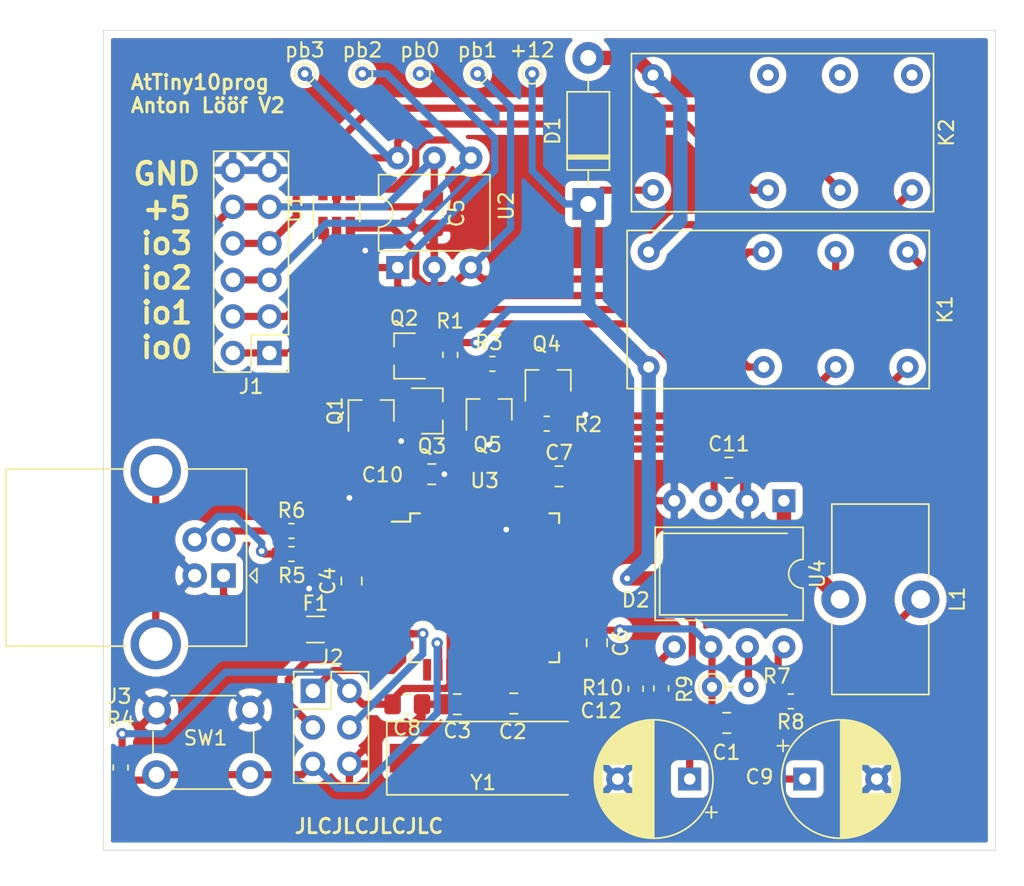
<source format=kicad_pcb>
(kicad_pcb (version 20171130) (host pcbnew "(5.1.5)-3")
  (layers (0 F.Cu signal) (31 B.Cu signal) (34 B.Paste user hide) (35 F.Paste user hide) (36 B.SilkS user) (37 F.SilkS user) (38 B.Mask user) (39 F.Mask user) (44 Edge.Cuts user))
  (net 0 "")
  (net 1 +5V)
  (net 2 GND)
  (net 3 /io0)
  (net 4 /io1)
  (net 5 /io2)
  (net 6 /io3)
  (net 7 +12V)
  (net 8 /prog)
  (net 9 /pb0)
  (net 10 /pb1)
  (net 11 /pb3)
  (net 12 /lower_relay)
  (net 13 /hard_reset)
  (net 14 "Net-(K2-Pad5)")
  (net 15 "Net-(Q1-Pad3)")
  (net 16 /reset_low)
  (net 17 "Net-(Q2-Pad3)")
  (net 18 "Net-(C2-Pad1)")
  (net 19 "Net-(C3-Pad1)")
  (net 20 "Net-(C4-Pad1)")
  (net 21 "Net-(C11-Pad1)")
  (net 22 "Net-(D2-Pad2)")
  (net 23 "Net-(F1-Pad1)")
  (net 24 /prog_miso)
  (net 25 /prog_sck)
  (net 26 /prog_mosi)
  (net 27 /prog_rst)
  (net 28 "Net-(J3-Pad2)")
  (net 29 "Net-(J3-Pad3)")
  (net 30 "Net-(J3-Pad5)")
  (net 31 /tpi_clk)
  (net 32 /tpi_data)
  (net 33 "Net-(L1-Pad1)")
  (net 34 "Net-(R5-Pad2)")
  (net 35 "Net-(R6-Pad2)")
  (net 36 "Net-(R7-Pad2)")
  (net 37 "Net-(R8-Pad2)")
  (net 38 "Net-(R10-Pad1)")
  (module Capacitor_SMD:C_0805_2012Metric_Pad1.15x1.40mm_HandSolder (layer F.Cu) (at 184.325 125.15)
    (fp_text reference C1 (at -0.025 2.05) (layer F.SilkS))
    (fp_text value 100n)
    (pad 1 smd roundrect (at -1.025 0) (size 1.15 1.4) (layers F.Cu F.Paste F.Mask) (roundrect_rratio 0.217391) (net 1 +5V))
    (pad 2 smd roundrect (at 1.025 0) (size 1.15 1.4) (layers F.Cu F.Paste F.Mask) (roundrect_rratio 0.217391) (net 2 GND))
  )
  (module Capacitor_THT:CP_Radial_D8.0mm_P5.00mm (layer F.Cu) (at 189.75 129.05)
    (fp_text reference C9 (at -3.15 -0.15) (layer F.SilkS))
    (fp_text value 470u)
    (pad 2 thru_hole circle (at 5 0) (size 1.6 1.6) (drill 0.8) (layers *.Cu *.Mask) (net 2 GND))
    (pad 1 thru_hole rect (at 0 0) (size 1.6 1.6) (drill 0.8) (layers *.Cu *.Mask) (net 1 +5V))
  )
  (module Capacitor_THT:CP_Radial_D8.0mm_P5.00mm (layer F.Cu) (at 181.75 129.05 180)
    (fp_text reference C12 (at 6.15 4.75) (layer F.SilkS))
    (fp_text value 470u)
    (pad 1 thru_hole rect (at 0 0 180) (size 1.6 1.6) (drill 0.8) (layers *.Cu *.Mask) (net 7 +12V))
    (pad 2 thru_hole circle (at 5 0 180) (size 1.6 1.6) (drill 0.8) (layers *.Cu *.Mask) (net 2 GND))
  )
  (module Diode_THT:D_DO-41_SOD81_P10.16mm_Horizontal (layer F.Cu) (at 174.7 89.06 90)
    (fp_text reference D1 (at 5.08 -2.47 90) (layer F.SilkS))
    (fp_text value D)
    (pad 1 thru_hole rect (at 0 0 90) (size 2.2 2.2) (drill 1.1) (layers *.Cu *.Mask) (net 7 +12V))
    (pad 2 thru_hole oval (at 10.16 0 90) (size 2.2 2.2) (drill 1.1) (layers *.Cu *.Mask) (net 12 /lower_relay))
  )
  (module Diode_SMD:D_3220_8050Metric_Pad2.65x5.15mm_HandSolder (layer F.Cu) (at 184.525 114.8)
    (fp_text reference D2 (at -6.525 1.8) (layer F.SilkS))
    (fp_text value D)
    (pad 1 smd roundrect (at -3.275 0) (size 2.65 5.15) (layers F.Cu F.Paste F.Mask) (roundrect_rratio 0.09433999999999999) (net 7 +12V))
    (pad 2 smd roundrect (at 3.275 0) (size 2.65 5.15) (layers F.Cu F.Paste F.Mask) (roundrect_rratio 0.09433999999999999) (net 22 "Net-(D2-Pad2)"))
  )
  (module Fuse:Fuse_1206_3216Metric_Pad1.42x1.75mm_HandSolder (layer F.Cu) (at 155.7375 118.65)
    (fp_text reference F1 (at 0 -1.82) (layer F.SilkS))
    (fp_text value 500ma)
    (pad 1 smd roundrect (at -1.4875 0) (size 1.425 1.75) (layers F.Cu F.Paste F.Mask) (roundrect_rratio 0.175439) (net 23 "Net-(F1-Pad1)"))
    (pad 2 smd roundrect (at 1.4875 0) (size 1.425 1.75) (layers F.Cu F.Paste F.Mask) (roundrect_rratio 0.175439) (net 1 +5V))
  )
  (module Connector_PinHeader_2.54mm:PinHeader_2x06_P2.54mm_Vertical (layer F.Cu) (at 152.54 99.42 180)
    (fp_text reference J1 (at 1.27 -2.33) (layer F.SilkS))
    (fp_text value Conn_02x06_Odd_Even)
    (pad 1 thru_hole rect (at 0 0 180) (size 1.7 1.7) (drill 1) (layers *.Cu *.Mask) (net 3 /io0))
    (pad 2 thru_hole oval (at 2.54 0 180) (size 1.7 1.7) (drill 1) (layers *.Cu *.Mask) (net 3 /io0))
    (pad 3 thru_hole oval (at 0 2.54 180) (size 1.7 1.7) (drill 1) (layers *.Cu *.Mask) (net 4 /io1))
    (pad 4 thru_hole oval (at 2.54 2.54 180) (size 1.7 1.7) (drill 1) (layers *.Cu *.Mask) (net 4 /io1))
    (pad 5 thru_hole oval (at 0 5.08 180) (size 1.7 1.7) (drill 1) (layers *.Cu *.Mask) (net 5 /io2))
    (pad 6 thru_hole oval (at 2.54 5.08 180) (size 1.7 1.7) (drill 1) (layers *.Cu *.Mask) (net 5 /io2))
    (pad 7 thru_hole oval (at 0 7.62 180) (size 1.7 1.7) (drill 1) (layers *.Cu *.Mask) (net 6 /io3))
    (pad 8 thru_hole oval (at 2.54 7.62 180) (size 1.7 1.7) (drill 1) (layers *.Cu *.Mask) (net 6 /io3))
    (pad 9 thru_hole oval (at 0 10.16 180) (size 1.7 1.7) (drill 1) (layers *.Cu *.Mask) (net 1 +5V))
    (pad 10 thru_hole oval (at 2.54 10.16 180) (size 1.7 1.7) (drill 1) (layers *.Cu *.Mask) (net 1 +5V))
    (pad 11 thru_hole oval (at 0 12.7 180) (size 1.7 1.7) (drill 1) (layers *.Cu *.Mask) (net 2 GND))
    (pad 12 thru_hole oval (at 2.54 12.7 180) (size 1.7 1.7) (drill 1) (layers *.Cu *.Mask) (net 2 GND))
  )
  (module Connector_PinHeader_2.54mm:PinHeader_2x03_P2.54mm_Vertical (layer F.Cu) (at 155.56 122.92)
    (fp_text reference J2 (at 1.27 -2.33) (layer F.SilkS))
    (fp_text value Conn_02x03_Odd_Even)
    (pad 1 thru_hole rect (at 0 0) (size 1.7 1.7) (drill 1) (layers *.Cu *.Mask) (net 24 /prog_miso))
    (pad 2 thru_hole oval (at 2.54 0) (size 1.7 1.7) (drill 1) (layers *.Cu *.Mask) (net 1 +5V))
    (pad 3 thru_hole oval (at 0 2.54) (size 1.7 1.7) (drill 1) (layers *.Cu *.Mask) (net 25 /prog_sck))
    (pad 4 thru_hole oval (at 2.54 2.54) (size 1.7 1.7) (drill 1) (layers *.Cu *.Mask) (net 26 /prog_mosi))
    (pad 5 thru_hole oval (at 0 5.08) (size 1.7 1.7) (drill 1) (layers *.Cu *.Mask) (net 27 /prog_rst))
    (pad 6 thru_hole oval (at 2.54 5.08) (size 1.7 1.7) (drill 1) (layers *.Cu *.Mask) (net 2 GND))
  )
  (module Connector_USB:USB_B_OST_USB-B1HSxx_Horizontal (layer F.Cu) (at 149.35 114.9 180)
    (fp_text reference J3 (at 7.25 -8.4) (layer F.SilkS))
    (fp_text value USB_B)
    (pad 1 thru_hole rect (at 0 0 180) (size 1.7 1.7) (drill 0.92) (layers *.Cu *.Mask) (net 23 "Net-(F1-Pad1)"))
    (pad 2 thru_hole circle (at 0 2.5 180) (size 1.7 1.7) (drill 0.92) (layers *.Cu *.Mask) (net 28 "Net-(J3-Pad2)"))
    (pad 3 thru_hole circle (at 2 2.5 180) (size 1.7 1.7) (drill 0.92) (layers *.Cu *.Mask) (net 29 "Net-(J3-Pad3)"))
    (pad 4 thru_hole circle (at 2 0 180) (size 1.7 1.7) (drill 0.92) (layers *.Cu *.Mask) (net 2 GND))
    (pad 5 thru_hole circle (at 4.71 -4.77 180) (size 3.5 3.5) (drill 2.33) (layers *.Cu *.Mask) (net 30 "Net-(J3-Pad5)"))
    (pad 5 thru_hole circle (at 4.71 7.27 180) (size 3.5 3.5) (drill 2.33) (layers *.Cu *.Mask) (net 30 "Net-(J3-Pad5)"))
  )
  (module random_stuff:m4-12h (layer F.Cu) (at 186.9 96.4 90)
    (fp_text reference K1 (at 0 12.6 90) (layer F.SilkS))
    (fp_text value m4-12h)
    (pad 1 thru_hole circle (at -4 -8 90) (size 1.524 1.524) (drill 0.762) (layers *.Cu *.Mask) (net 7 +12V))
    (pad 3 thru_hole circle (at -4 0 90) (size 1.524 1.524) (drill 0.762) (layers *.Cu *.Mask) (net 9 /pb0))
    (pad 4 thru_hole circle (at -4 5 90) (size 1.524 1.524) (drill 0.762) (layers *.Cu *.Mask) (net 3 /io0))
    (pad 5 thru_hole circle (at -4 10 90) (size 1.524 1.524) (drill 0.762) (layers *.Cu *.Mask) (net 32 /tpi_data))
    (pad 6 thru_hole circle (at 4 10 90) (size 1.524 1.524) (drill 0.762) (layers *.Cu *.Mask) (net 31 /tpi_clk))
    (pad 7 thru_hole circle (at 4 5 90) (size 1.524 1.524) (drill 0.762) (layers *.Cu *.Mask) (net 4 /io1))
    (pad 8 thru_hole circle (at 4 0 90) (size 1.524 1.524) (drill 0.762) (layers *.Cu *.Mask) (net 10 /pb1))
    (pad 10 thru_hole circle (at 4 -8 90) (size 1.524 1.524) (drill 0.762) (layers *.Cu *.Mask) (net 12 /lower_relay))
  )
  (module random_stuff:m4-12h (layer F.Cu) (at 187.2 84.1 90)
    (fp_text reference K2 (at 0 12.4 90) (layer F.SilkS))
    (fp_text value m4-12h)
    (pad 10 thru_hole circle (at 4 -8 90) (size 1.524 1.524) (drill 0.762) (layers *.Cu *.Mask) (net 12 /lower_relay))
    (pad 8 thru_hole circle (at 4 0 90) (size 1.524 1.524) (drill 0.762) (layers *.Cu *.Mask))
    (pad 7 thru_hole circle (at 4 5 90) (size 1.524 1.524) (drill 0.762) (layers *.Cu *.Mask))
    (pad 6 thru_hole circle (at 4 10 90) (size 1.524 1.524) (drill 0.762) (layers *.Cu *.Mask))
    (pad 5 thru_hole circle (at -4 10 90) (size 1.524 1.524) (drill 0.762) (layers *.Cu *.Mask) (net 14 "Net-(K2-Pad5)"))
    (pad 4 thru_hole circle (at -4 5 90) (size 1.524 1.524) (drill 0.762) (layers *.Cu *.Mask) (net 6 /io3))
    (pad 3 thru_hole circle (at -4 0 90) (size 1.524 1.524) (drill 0.762) (layers *.Cu *.Mask) (net 11 /pb3))
    (pad 1 thru_hole circle (at -4 -8 90) (size 1.524 1.524) (drill 0.762) (layers *.Cu *.Mask) (net 7 +12V))
  )
  (module Inductor_THT:L_Toroid_Vertical_L13.0mm_W6.5mm_P5.60mm (layer F.Cu) (at 197.8 116.55 270)
    (fp_text reference L1 (at 0 -2.55 90) (layer F.SilkS))
    (fp_text value 33u)
    (pad 1 thru_hole circle (at 0 0 270) (size 2.6 2.6) (drill 1.3) (layers *.Cu *.Mask) (net 33 "Net-(L1-Pad1)"))
    (pad 2 thru_hole circle (at 0 5.6 270) (size 2.6 2.6) (drill 1.3) (layers *.Cu *.Mask) (net 22 "Net-(D2-Pad2)"))
  )
  (module Package_TO_SOT_SMD:SOT-23 (layer F.Cu) (at 159.61 103.455 90)
    (fp_text reference Q1 (at 0 -2.5 90) (layer F.SilkS))
    (fp_text value 2N7002)
    (pad 3 smd rect (at 1 0 90) (size 0.9 0.8) (layers F.Cu F.Paste F.Mask) (net 15 "Net-(Q1-Pad3)"))
    (pad 2 smd rect (at -1 0.95 90) (size 0.9 0.8) (layers F.Cu F.Paste F.Mask) (net 2 GND))
    (pad 1 smd rect (at -1 -0.95 90) (size 0.9 0.8) (layers F.Cu F.Paste F.Mask) (net 13 /hard_reset))
  )
  (module Package_TO_SOT_SMD:SOT-23 (layer F.Cu) (at 161.96 99.63 180)
    (fp_text reference Q2 (at 0.06 2.63) (layer F.SilkS))
    (fp_text value BSS84)
    (pad 3 smd rect (at 1 0 180) (size 0.9 0.8) (layers F.Cu F.Paste F.Mask) (net 17 "Net-(Q2-Pad3)"))
    (pad 2 smd rect (at -1 0.95 180) (size 0.9 0.8) (layers F.Cu F.Paste F.Mask) (net 7 +12V))
    (pad 1 smd rect (at -1 -0.95 180) (size 0.9 0.8) (layers F.Cu F.Paste F.Mask) (net 15 "Net-(Q1-Pad3)"))
  )
  (module Package_TO_SOT_SMD:SOT-23 (layer F.Cu) (at 163.835 103.455)
    (fp_text reference Q3 (at 0 2.445) (layer F.SilkS))
    (fp_text value 2N7002)
    (pad 1 smd rect (at -1 -0.95) (size 0.9 0.8) (layers F.Cu F.Paste F.Mask) (net 15 "Net-(Q1-Pad3)"))
    (pad 2 smd rect (at -1 0.95) (size 0.9 0.8) (layers F.Cu F.Paste F.Mask) (net 1 +5V))
    (pad 3 smd rect (at 1 0) (size 0.9 0.8) (layers F.Cu F.Paste F.Mask) (net 17 "Net-(Q2-Pad3)"))
  )
  (module Package_TO_SOT_SMD:SOT-23 (layer F.Cu) (at 171.91 101.36 90)
    (fp_text reference Q4 (at 2.56 -0.11 180) (layer F.SilkS))
    (fp_text value 2N7002)
    (pad 1 smd rect (at -1 -0.95 90) (size 0.9 0.8) (layers F.Cu F.Paste F.Mask) (net 8 /prog))
    (pad 2 smd rect (at -1 0.95 90) (size 0.9 0.8) (layers F.Cu F.Paste F.Mask) (net 2 GND))
    (pad 3 smd rect (at 1 0 90) (size 0.9 0.8) (layers F.Cu F.Paste F.Mask) (net 12 /lower_relay))
  )
  (module Package_TO_SOT_SMD:SOT-23 (layer F.Cu) (at 167.81 103.38 90)
    (fp_text reference Q5 (at -2.42 -0.11 180) (layer F.SilkS))
    (fp_text value 2N7002)
    (pad 1 smd rect (at -1 -0.95 90) (size 0.9 0.8) (layers F.Cu F.Paste F.Mask) (net 16 /reset_low))
    (pad 2 smd rect (at -1 0.95 90) (size 0.9 0.8) (layers F.Cu F.Paste F.Mask) (net 2 GND))
    (pad 3 smd rect (at 1 0 90) (size 0.9 0.8) (layers F.Cu F.Paste F.Mask) (net 14 "Net-(K2-Pad5)"))
  )
  (module Resistor_THT:R_Axial_DIN0204_L3.6mm_D1.6mm_P2.54mm_Vertical (layer F.Cu) (at 183.3 122.65)
    (fp_text reference R7 (at 4.5 -0.75) (layer F.SilkS))
    (fp_text value 470m)
    (pad 1 thru_hole circle (at 0 0) (size 1.4 1.4) (drill 0.7) (layers *.Cu *.Mask) (net 1 +5V))
    (pad 2 thru_hole oval (at 2.54 0) (size 1.4 1.4) (drill 0.7) (layers *.Cu *.Mask) (net 36 "Net-(R7-Pad2)"))
  )
  (module Button_Switch_THT:SW_PUSH_6mm (layer F.Cu) (at 144.7 124.25)
    (fp_text reference SW1 (at 3.4 1.95) (layer F.SilkS))
    (fp_text value SW_Push)
    (pad 2 thru_hole circle (at 0 4.5 90) (size 2 2) (drill 1.1) (layers *.Cu *.Mask) (net 27 /prog_rst))
    (pad 1 thru_hole circle (at 0 0 90) (size 2 2) (drill 1.1) (layers *.Cu *.Mask) (net 2 GND))
    (pad 2 thru_hole circle (at 6.5 4.5 90) (size 2 2) (drill 1.1) (layers *.Cu *.Mask) (net 27 /prog_rst))
    (pad 1 thru_hole circle (at 6.5 0 90) (size 2 2) (drill 1.1) (layers *.Cu *.Mask) (net 2 GND))
  )
  (module Package_TO_SOT_SMD:SOT-23-6_Handsoldering (layer F.Cu) (at 157.21 89.38 90)
    (fp_text reference U1 (at 0 -2.9 90) (layer F.SilkS))
    (fp_text value ATtiny10-TS)
    (pad 1 smd rect (at -1.35 -0.95 90) (size 1.56 0.65) (layers F.Cu F.Paste F.Mask) (net 9 /pb0))
    (pad 2 smd rect (at -1.35 0 90) (size 1.56 0.65) (layers F.Cu F.Paste F.Mask) (net 2 GND))
    (pad 3 smd rect (at -1.35 0.95 90) (size 1.56 0.65) (layers F.Cu F.Paste F.Mask) (net 10 /pb1))
    (pad 4 smd rect (at 1.35 0.95 90) (size 1.56 0.65) (layers F.Cu F.Paste F.Mask) (net 5 /io2))
    (pad 6 smd rect (at 1.35 -0.95 90) (size 1.56 0.65) (layers F.Cu F.Paste F.Mask) (net 11 /pb3))
    (pad 5 smd rect (at 1.35 0 90) (size 1.56 0.65) (layers F.Cu F.Paste F.Mask) (net 1 +5V))
  )
  (module Package_DIP:DIP-6_W7.62mm (layer F.Cu) (at 161.46 93.48 90)
    (fp_text reference U2 (at 4.28 7.54 90) (layer F.SilkS))
    (fp_text value ATtiny10-TS)
    (pad 1 thru_hole rect (at 0 0 90) (size 1.6 1.6) (drill 0.8) (layers *.Cu *.Mask) (net 9 /pb0))
    (pad 4 thru_hole oval (at 7.62 5.08 90) (size 1.6 1.6) (drill 0.8) (layers *.Cu *.Mask) (net 5 /io2))
    (pad 2 thru_hole oval (at 0 2.54 90) (size 1.6 1.6) (drill 0.8) (layers *.Cu *.Mask) (net 2 GND))
    (pad 5 thru_hole oval (at 7.62 2.54 90) (size 1.6 1.6) (drill 0.8) (layers *.Cu *.Mask) (net 1 +5V))
    (pad 3 thru_hole oval (at 0 5.08 90) (size 1.6 1.6) (drill 0.8) (layers *.Cu *.Mask) (net 10 /pb1))
    (pad 6 thru_hole oval (at 7.62 0 90) (size 1.6 1.6) (drill 0.8) (layers *.Cu *.Mask) (net 11 /pb3))
  )
  (module Package_QFP:TQFP-44_10x10mm_P0.8mm (layer F.Cu) (at 167.5 115.75)
    (fp_text reference U3 (at 0 -7.45) (layer F.SilkS))
    (fp_text value ATmega32U4-AU)
    (pad 1 smd rect (at -5.7 -4) (size 1.5 0.55) (layers F.Cu F.Paste F.Mask))
    (pad 2 smd rect (at -5.7 -3.2) (size 1.5 0.55) (layers F.Cu F.Paste F.Mask) (net 1 +5V))
    (pad 3 smd rect (at -5.7 -2.4) (size 1.5 0.55) (layers F.Cu F.Paste F.Mask) (net 35 "Net-(R6-Pad2)"))
    (pad 4 smd rect (at -5.7 -1.6) (size 1.5 0.55) (layers F.Cu F.Paste F.Mask) (net 34 "Net-(R5-Pad2)"))
    (pad 5 smd rect (at -5.7 -0.8) (size 1.5 0.55) (layers F.Cu F.Paste F.Mask) (net 2 GND))
    (pad 6 smd rect (at -5.7 0) (size 1.5 0.55) (layers F.Cu F.Paste F.Mask) (net 20 "Net-(C4-Pad1)"))
    (pad 7 smd rect (at -5.7 0.8) (size 1.5 0.55) (layers F.Cu F.Paste F.Mask) (net 1 +5V))
    (pad 8 smd rect (at -5.7 1.6) (size 1.5 0.55) (layers F.Cu F.Paste F.Mask))
    (pad 9 smd rect (at -5.7 2.4) (size 1.5 0.55) (layers F.Cu F.Paste F.Mask) (net 25 /prog_sck))
    (pad 10 smd rect (at -5.7 3.2) (size 1.5 0.55) (layers F.Cu F.Paste F.Mask) (net 26 /prog_mosi))
    (pad 11 smd rect (at -5.7 4) (size 1.5 0.55) (layers F.Cu F.Paste F.Mask) (net 24 /prog_miso))
    (pad 12 smd rect (at -4 5.7 90) (size 1.5 0.55) (layers F.Cu F.Paste F.Mask))
    (pad 13 smd rect (at -3.2 5.7 90) (size 1.5 0.55) (layers F.Cu F.Paste F.Mask) (net 27 /prog_rst))
    (pad 14 smd rect (at -2.4 5.7 90) (size 1.5 0.55) (layers F.Cu F.Paste F.Mask) (net 1 +5V))
    (pad 15 smd rect (at -1.6 5.7 90) (size 1.5 0.55) (layers F.Cu F.Paste F.Mask) (net 2 GND))
    (pad 16 smd rect (at -0.8 5.7 90) (size 1.5 0.55) (layers F.Cu F.Paste F.Mask) (net 19 "Net-(C3-Pad1)"))
    (pad 17 smd rect (at 0 5.7 90) (size 1.5 0.55) (layers F.Cu F.Paste F.Mask) (net 18 "Net-(C2-Pad1)"))
    (pad 18 smd rect (at 0.8 5.7 90) (size 1.5 0.55) (layers F.Cu F.Paste F.Mask))
    (pad 19 smd rect (at 1.6 5.7 90) (size 1.5 0.55) (layers F.Cu F.Paste F.Mask))
    (pad 20 smd rect (at 2.4 5.7 90) (size 1.5 0.55) (layers F.Cu F.Paste F.Mask))
    (pad 21 smd rect (at 3.2 5.7 90) (size 1.5 0.55) (layers F.Cu F.Paste F.Mask))
    (pad 22 smd rect (at 4 5.7 90) (size 1.5 0.55) (layers F.Cu F.Paste F.Mask))
    (pad 23 smd rect (at 5.7 4) (size 1.5 0.55) (layers F.Cu F.Paste F.Mask) (net 2 GND))
    (pad 24 smd rect (at 5.7 3.2) (size 1.5 0.55) (layers F.Cu F.Paste F.Mask) (net 1 +5V))
    (pad 25 smd rect (at 5.7 2.4) (size 1.5 0.55) (layers F.Cu F.Paste F.Mask))
    (pad 26 smd rect (at 5.7 1.6) (size 1.5 0.55) (layers F.Cu F.Paste F.Mask))
    (pad 27 smd rect (at 5.7 0.8) (size 1.5 0.55) (layers F.Cu F.Paste F.Mask))
    (pad 28 smd rect (at 5.7 0) (size 1.5 0.55) (layers F.Cu F.Paste F.Mask))
    (pad 29 smd rect (at 5.7 -0.8) (size 1.5 0.55) (layers F.Cu F.Paste F.Mask))
    (pad 30 smd rect (at 5.7 -1.6) (size 1.5 0.55) (layers F.Cu F.Paste F.Mask))
    (pad 31 smd rect (at 5.7 -2.4) (size 1.5 0.55) (layers F.Cu F.Paste F.Mask))
    (pad 32 smd rect (at 5.7 -3.2) (size 1.5 0.55) (layers F.Cu F.Paste F.Mask))
    (pad 33 smd rect (at 5.7 -4) (size 1.5 0.55) (layers F.Cu F.Paste F.Mask))
    (pad 34 smd rect (at 4 -5.7 90) (size 1.5 0.55) (layers F.Cu F.Paste F.Mask) (net 1 +5V))
    (pad 35 smd rect (at 3.2 -5.7 90) (size 1.5 0.55) (layers F.Cu F.Paste F.Mask) (net 2 GND))
    (pad 36 smd rect (at 2.4 -5.7 90) (size 1.5 0.55) (layers F.Cu F.Paste F.Mask))
    (pad 37 smd rect (at 1.6 -5.7 90) (size 1.5 0.55) (layers F.Cu F.Paste F.Mask) (net 31 /tpi_clk))
    (pad 38 smd rect (at 0.8 -5.7 90) (size 1.5 0.55) (layers F.Cu F.Paste F.Mask) (net 32 /tpi_data))
    (pad 39 smd rect (at 0 -5.7 90) (size 1.5 0.55) (layers F.Cu F.Paste F.Mask) (net 8 /prog))
    (pad 40 smd rect (at -0.8 -5.7 90) (size 1.5 0.55) (layers F.Cu F.Paste F.Mask) (net 16 /reset_low))
    (pad 41 smd rect (at -1.6 -5.7 90) (size 1.5 0.55) (layers F.Cu F.Paste F.Mask) (net 13 /hard_reset))
    (pad 42 smd rect (at -2.4 -5.7 90) (size 1.5 0.55) (layers F.Cu F.Paste F.Mask) (net 1 +5V))
    (pad 43 smd rect (at -3.2 -5.7 90) (size 1.5 0.55) (layers F.Cu F.Paste F.Mask) (net 2 GND))
    (pad 44 smd rect (at -4 -5.7 90) (size 1.5 0.55) (layers F.Cu F.Paste F.Mask) (net 1 +5V))
  )
  (module Crystal:Crystal_SMD_HC49-SD (layer F.Cu) (at 167.4 127.6)
    (fp_text reference Y1 (at 0 1.7) (layer F.SilkS))
    (fp_text value 16Mhz)
    (pad 1 smd rect (at -4.25 0) (size 4.5 2) (layers F.Cu F.Paste F.Mask) (net 19 "Net-(C3-Pad1)"))
    (pad 2 smd rect (at 4.25 0) (size 4.5 2) (layers F.Cu F.Paste F.Mask) (net 18 "Net-(C2-Pad1)"))
  )
  (module Capacitor_SMD:C_0805_2012Metric_Pad1.15x1.40mm_HandSolder (layer F.Cu) (at 169.525 123.8)
    (fp_text reference C2 (at -0.075 1.95) (layer F.SilkS))
    (fp_text value 22p)
    (pad 2 smd roundrect (at 1.025 0) (size 1.15 1.4) (layers F.Cu F.Paste F.Mask) (roundrect_rratio 0.217391) (net 2 GND))
    (pad 1 smd roundrect (at -1.025 0) (size 1.15 1.4) (layers F.Cu F.Paste F.Mask) (roundrect_rratio 0.217391) (net 18 "Net-(C2-Pad1)"))
  )
  (module Capacitor_SMD:C_0805_2012Metric_Pad1.15x1.40mm_HandSolder (layer F.Cu) (at 165.6 123.85 180)
    (fp_text reference C3 (at 0 -1.85) (layer F.SilkS))
    (fp_text value 22p)
    (pad 1 smd roundrect (at -1.025 0 180) (size 1.15 1.4) (layers F.Cu F.Paste F.Mask) (roundrect_rratio 0.217391) (net 19 "Net-(C3-Pad1)"))
    (pad 2 smd roundrect (at 1.025 0 180) (size 1.15 1.4) (layers F.Cu F.Paste F.Mask) (roundrect_rratio 0.217391) (net 2 GND))
  )
  (module Capacitor_SMD:C_0805_2012Metric_Pad1.15x1.40mm_HandSolder (layer F.Cu) (at 158.25 115.275 90)
    (fp_text reference C4 (at 0 -1.65 90) (layer F.SilkS))
    (fp_text value 1u)
    (pad 1 smd roundrect (at -1.025 0 90) (size 1.15 1.4) (layers F.Cu F.Paste F.Mask) (roundrect_rratio 0.217391) (net 20 "Net-(C4-Pad1)"))
    (pad 2 smd roundrect (at 1.025 0 90) (size 1.15 1.4) (layers F.Cu F.Paste F.Mask) (roundrect_rratio 0.217391) (net 2 GND))
  )
  (module Capacitor_SMD:C_0805_2012Metric_Pad1.15x1.40mm_HandSolder (layer F.Cu) (at 163.91 89.705 270)
    (fp_text reference C5 (at 0 -1.65 90) (layer F.SilkS))
    (fp_text value 100n)
    (pad 1 smd roundrect (at -1.025 0 270) (size 1.15 1.4) (layers F.Cu F.Paste F.Mask) (roundrect_rratio 0.217391) (net 1 +5V))
    (pad 2 smd roundrect (at 1.025 0 270) (size 1.15 1.4) (layers F.Cu F.Paste F.Mask) (roundrect_rratio 0.217391) (net 2 GND))
  )
  (module Capacitor_SMD:C_0805_2012Metric_Pad1.15x1.40mm_HandSolder (layer F.Cu) (at 175.3 119.575 270)
    (fp_text reference C6 (at 0 -1.65 90) (layer F.SilkS))
    (fp_text value 100n)
    (pad 2 smd roundrect (at 1.025 0 270) (size 1.15 1.4) (layers F.Cu F.Paste F.Mask) (roundrect_rratio 0.217391) (net 2 GND))
    (pad 1 smd roundrect (at -1.025 0 270) (size 1.15 1.4) (layers F.Cu F.Paste F.Mask) (roundrect_rratio 0.217391) (net 1 +5V))
  )
  (module Capacitor_SMD:C_0805_2012Metric_Pad1.15x1.40mm_HandSolder (layer F.Cu) (at 172.675 108)
    (fp_text reference C7 (at 0 -1.65) (layer F.SilkS))
    (fp_text value 100n)
    (pad 1 smd roundrect (at -1.025 0) (size 1.15 1.4) (layers F.Cu F.Paste F.Mask) (roundrect_rratio 0.217391) (net 1 +5V))
    (pad 2 smd roundrect (at 1.025 0) (size 1.15 1.4) (layers F.Cu F.Paste F.Mask) (roundrect_rratio 0.217391) (net 2 GND))
  )
  (module Capacitor_SMD:C_0805_2012Metric_Pad1.15x1.40mm_HandSolder (layer F.Cu) (at 162.125 123.85)
    (fp_text reference C8 (at -0.025 1.65) (layer F.SilkS))
    (fp_text value 100n)
    (pad 2 smd roundrect (at 1.025 0) (size 1.15 1.4) (layers F.Cu F.Paste F.Mask) (roundrect_rratio 0.217391) (net 2 GND))
    (pad 1 smd roundrect (at -1.025 0) (size 1.15 1.4) (layers F.Cu F.Paste F.Mask) (roundrect_rratio 0.217391) (net 1 +5V))
  )
  (module Capacitor_SMD:C_0805_2012Metric_Pad1.15x1.40mm_HandSolder (layer F.Cu) (at 163.825 107.85)
    (fp_text reference C10 (at -3.425 0.05) (layer F.SilkS))
    (fp_text value 100n)
    (pad 2 smd roundrect (at 1.025 0) (size 1.15 1.4) (layers F.Cu F.Paste F.Mask) (roundrect_rratio 0.217391) (net 2 GND))
    (pad 1 smd roundrect (at -1.025 0) (size 1.15 1.4) (layers F.Cu F.Paste F.Mask) (roundrect_rratio 0.217391) (net 1 +5V))
  )
  (module Capacitor_SMD:C_0805_2012Metric_Pad1.15x1.40mm_HandSolder (layer F.Cu) (at 184.475 107.4)
    (fp_text reference C11 (at 0 -1.65) (layer F.SilkS))
    (fp_text value 500p)
    (pad 1 smd roundrect (at -1.025 0) (size 1.15 1.4) (layers F.Cu F.Paste F.Mask) (roundrect_rratio 0.217391) (net 21 "Net-(C11-Pad1)"))
    (pad 2 smd roundrect (at 1.025 0) (size 1.15 1.4) (layers F.Cu F.Paste F.Mask) (roundrect_rratio 0.217391) (net 2 GND))
  )
  (module Capacitor_SMD:C_0603_1608Metric_Pad1.05x0.95mm_HandSolder (layer F.Cu) (at 165.11 99.555 270)
    (fp_text reference R1 (at -2.355 0.01 180) (layer F.SilkS))
    (fp_text value 10k)
    (pad 1 smd roundrect (at -0.875 0 270) (size 1.05 0.95) (layers F.Cu F.Paste F.Mask) (net 7 +12V))
    (pad 2 smd roundrect (at 0.875 0 270) (size 1.05 0.95) (layers F.Cu F.Paste F.Mask) (net 15 "Net-(Q1-Pad3)"))
  )
  (module Capacitor_SMD:C_0603_1608Metric_Pad1.05x0.95mm_HandSolder (layer F.Cu) (at 171.815 104.34)
    (fp_text reference R2 (at 2.885 0.06) (layer F.SilkS))
    (fp_text value 10k)
    (pad 1 smd roundrect (at -0.875 0) (size 1.05 0.95) (layers F.Cu F.Paste F.Mask) (net 8 /prog))
    (pad 2 smd roundrect (at 0.875 0) (size 1.05 0.95) (layers F.Cu F.Paste F.Mask) (net 2 GND))
  )
  (module Capacitor_SMD:C_0603_1608Metric_Pad1.05x0.95mm_HandSolder (layer F.Cu) (at 168.035 100.18 180)
    (fp_text reference R3 (at 0.235 1.48) (layer F.SilkS))
    (fp_text value 10k)
    (pad 2 smd roundrect (at 0.875 0 180) (size 1.05 0.95) (layers F.Cu F.Paste F.Mask) (net 17 "Net-(Q2-Pad3)"))
    (pad 1 smd roundrect (at -0.875 0 180) (size 1.05 0.95) (layers F.Cu F.Paste F.Mask) (net 14 "Net-(K2-Pad5)"))
  )
  (module Capacitor_SMD:C_0603_1608Metric_Pad1.05x0.95mm_HandSolder (layer F.Cu) (at 142.2 128.25 270)
    (fp_text reference R4 (at -3.35 0 180) (layer F.SilkS))
    (fp_text value 10k)
    (pad 1 smd roundrect (at -0.875 0 270) (size 1.05 0.95) (layers F.Cu F.Paste F.Mask) (net 1 +5V))
    (pad 2 smd roundrect (at 0.875 0 270) (size 1.05 0.95) (layers F.Cu F.Paste F.Mask) (net 27 /prog_rst))
  )
  (module Capacitor_SMD:C_0603_1608Metric_Pad1.05x0.95mm_HandSolder (layer F.Cu) (at 154.075 113.4)
    (fp_text reference R5 (at 0.025 1.5) (layer F.SilkS))
    (fp_text value 22)
    (pad 1 smd roundrect (at -0.875 0) (size 1.05 0.95) (layers F.Cu F.Paste F.Mask) (net 29 "Net-(J3-Pad3)"))
    (pad 2 smd roundrect (at 0.875 0) (size 1.05 0.95) (layers F.Cu F.Paste F.Mask) (net 34 "Net-(R5-Pad2)"))
  )
  (module Capacitor_SMD:C_0603_1608Metric_Pad1.05x0.95mm_HandSolder (layer F.Cu) (at 154.075 111.8)
    (fp_text reference R6 (at 0 -1.43) (layer F.SilkS))
    (fp_text value 22)
    (pad 2 smd roundrect (at 0.875 0) (size 1.05 0.95) (layers F.Cu F.Paste F.Mask) (net 35 "Net-(R6-Pad2)"))
    (pad 1 smd roundrect (at -0.875 0) (size 1.05 0.95) (layers F.Cu F.Paste F.Mask) (net 28 "Net-(J3-Pad2)"))
  )
  (module Capacitor_SMD:C_0603_1608Metric_Pad1.05x0.95mm_HandSolder (layer F.Cu) (at 188.775 123.65 180)
    (fp_text reference R8 (at 0 -1.43) (layer F.SilkS))
    (fp_text value 180)
    (pad 2 smd roundrect (at 0.875 0 180) (size 1.05 0.95) (layers F.Cu F.Paste F.Mask) (net 37 "Net-(R8-Pad2)"))
    (pad 1 smd roundrect (at -0.875 0 180) (size 1.05 0.95) (layers F.Cu F.Paste F.Mask) (net 33 "Net-(L1-Pad1)"))
  )
  (module Capacitor_SMD:C_0603_1608Metric_Pad1.05x0.95mm_HandSolder (layer F.Cu) (at 179.775001 122.744999 90)
    (fp_text reference R9 (at -0.055001 1.624999 90) (layer F.SilkS))
    (fp_text value 86k)
    (pad 1 smd roundrect (at -0.875 0 90) (size 1.05 0.95) (layers F.Cu F.Paste F.Mask) (net 7 +12V))
    (pad 2 smd roundrect (at 0.875 0 90) (size 1.05 0.95) (layers F.Cu F.Paste F.Mask) (net 38 "Net-(R10-Pad1)"))
  )
  (module Capacitor_SMD:C_0603_1608Metric_Pad1.05x0.95mm_HandSolder (layer F.Cu) (at 178 122.775 270)
    (fp_text reference R10 (at -0.075 2.3 180) (layer F.SilkS))
    (fp_text value 10k)
    (pad 2 smd roundrect (at 0.875 0 270) (size 1.05 0.95) (layers F.Cu F.Paste F.Mask) (net 2 GND))
    (pad 1 smd roundrect (at -0.875 0 270) (size 1.05 0.95) (layers F.Cu F.Paste F.Mask) (net 38 "Net-(R10-Pad1)"))
  )
  (module Package_DIP:DIP-8_W10.16mm (layer F.Cu) (at 188.3 109.7 270)
    (fp_text reference U4 (at 5.08 -2.33 90) (layer F.SilkS))
    (fp_text value MC34063AD)
    (pad 1 thru_hole rect (at 0 0 270) (size 1.6 1.6) (drill 0.8) (layers *.Cu *.Mask) (net 22 "Net-(D2-Pad2)"))
    (pad 5 thru_hole oval (at 10.16 7.62 270) (size 1.6 1.6) (drill 0.8) (layers *.Cu *.Mask) (net 38 "Net-(R10-Pad1)"))
    (pad 2 thru_hole oval (at 0 2.54 270) (size 1.6 1.6) (drill 0.8) (layers *.Cu *.Mask) (net 2 GND))
    (pad 6 thru_hole oval (at 10.16 5.08 270) (size 1.6 1.6) (drill 0.8) (layers *.Cu *.Mask) (net 1 +5V))
    (pad 3 thru_hole oval (at 0 5.08 270) (size 1.6 1.6) (drill 0.8) (layers *.Cu *.Mask) (net 21 "Net-(C11-Pad1)"))
    (pad 7 thru_hole oval (at 10.16 2.54 270) (size 1.6 1.6) (drill 0.8) (layers *.Cu *.Mask) (net 36 "Net-(R7-Pad2)"))
    (pad 4 thru_hole oval (at 0 7.62 270) (size 1.6 1.6) (drill 0.8) (layers *.Cu *.Mask) (net 2 GND))
    (pad 8 thru_hole oval (at 10.16 0 270) (size 1.6 1.6) (drill 0.8) (layers *.Cu *.Mask) (net 37 "Net-(R8-Pad2)"))
  )
  (module TestPoint:TestPoint_THTPad_D1.0mm_Drill0.5mm (layer F.Cu) (at 170.8 80)
    (fp_text reference +12 (at 0 -1.648) (layer F.SilkS))
    (fp_text value TestPoint)
    (pad 1 thru_hole circle (at 0 0) (size 1 1) (drill 0.5) (layers *.Cu *.Mask) (net 7 +12V))
  )
  (module TestPoint:TestPoint_THTPad_D1.0mm_Drill0.5mm (layer F.Cu) (at 163 80)
    (fp_text reference pb0 (at 0 -1.648) (layer F.SilkS))
    (fp_text value TestPoint)
    (pad 1 thru_hole circle (at 0 0) (size 1 1) (drill 0.5) (layers *.Cu *.Mask) (net 9 /pb0))
  )
  (module TestPoint:TestPoint_THTPad_D1.0mm_Drill0.5mm (layer F.Cu) (at 167 80)
    (fp_text reference pb1 (at 0 -1.648) (layer F.SilkS))
    (fp_text value TestPoint)
    (pad 1 thru_hole circle (at 0 0) (size 1 1) (drill 0.5) (layers *.Cu *.Mask) (net 10 /pb1))
  )
  (module TestPoint:TestPoint_THTPad_D1.0mm_Drill0.5mm (layer F.Cu) (at 159 80)
    (fp_text reference pb2 (at 0 -1.648) (layer F.SilkS))
    (fp_text value TestPoint)
    (pad 1 thru_hole circle (at 0 0) (size 1 1) (drill 0.5) (layers *.Cu *.Mask) (net 5 /io2))
  )
  (module TestPoint:TestPoint_THTPad_D1.0mm_Drill0.5mm (layer F.Cu) (at 155 80)
    (fp_text reference pb3 (at 0 -1.648) (layer F.SilkS))
    (fp_text value TestPoint)
    (pad 1 thru_hole circle (at 0 0) (size 1 1) (drill 0.5) (layers *.Cu *.Mask) (net 11 /pb3))
  )
  (gr_text JLCJLCJLCJLC (at 159.46 132.33) (layer F.SilkS) (effects (font (size 1 1) (thickness 0.2))))
  (gr_text "AtTiny10prog\nAnton Lööf V2" (at 142.8 81.4) (layer F.SilkS) (effects (font (size 1 1) (thickness 0.2)) (justify left)))
  (gr_line (start 141 134) (end 141 77) (layer Edge.Cuts) (width 0.05))
  (gr_line (start 203 134) (end 141 134) (layer Edge.Cuts) (width 0.05))
  (gr_line (start 203 77) (end 203 134) (layer Edge.Cuts) (width 0.05))
  (gr_line (start 141 77) (end 203 77) (layer Edge.Cuts) (width 0.05))
  (gr_text "GND\n+5\nio3\nio2\nio1\nio0" (at 145.4 93) (layer F.SilkS) (effects (font (size 1.5 1.5) (thickness 0.3))))
  (segment (start 163.5 108.4) (end 162.95 107.85) (width 0.5) (layer F.Cu) (net 1))
  (segment (start 163.5 110.05) (end 163.5 108.4) (width 0.5) (layer F.Cu) (net 1))
  (segment (start 163.574999 110.324999) (end 163.5 110.25) (width 0.5) (layer F.Cu) (net 1))
  (segment (start 163.5 110.25) (end 163.5 110.05) (width 0.5) (layer F.Cu) (net 1))
  (segment (start 163.664999 111.250001) (end 163.574999 111.160001) (width 0.5) (layer F.Cu) (net 1))
  (segment (start 165.1 110.65) (end 165.025001 110.724999) (width 0.5) (layer F.Cu) (net 1))
  (segment (start 165.025001 111.160001) (end 164.935001 111.250001) (width 0.5) (layer F.Cu) (net 1))
  (segment (start 163.574999 111.160001) (end 163.574999 110.324999) (width 0.5) (layer F.Cu) (net 1))
  (segment (start 165.1 110.05) (end 165.1 110.65) (width 0.5) (layer F.Cu) (net 1))
  (segment (start 165.025001 110.724999) (end 165.025001 111.160001) (width 0.5) (layer F.Cu) (net 1))
  (segment (start 164.935001 111.250001) (end 163.664999 111.250001) (width 0.5) (layer F.Cu) (net 1))
  (segment (start 163.5 111.3) (end 163.5 110.05) (width 0.5) (layer F.Cu) (net 1))
  (segment (start 163.5 111.885002) (end 163.5 111.3) (width 0.5) (layer F.Cu) (net 1))
  (segment (start 162.835002 112.55) (end 163.5 111.885002) (width 0.5) (layer F.Cu) (net 1))
  (segment (start 161.8 112.55) (end 162.835002 112.55) (width 0.5) (layer F.Cu) (net 1))
  (segment (start 175.05 118.95) (end 173.2 118.95) (width 0.5) (layer F.Cu) (net 1))
  (segment (start 175.3 118.7) (end 175.05 118.95) (width 0.5) (layer F.Cu) (net 1))
  (segment (start 161.25 123.375) (end 161.25 123.85) (width 0.5) (layer F.Cu) (net 1))
  (segment (start 164.835002 122.75) (end 161.875 122.75) (width 0.5) (layer F.Cu) (net 1))
  (segment (start 165.1 121.45) (end 165.1 122.485002) (width 0.5) (layer F.Cu) (net 1))
  (segment (start 161.875 122.75) (end 161.25 123.375) (width 0.5) (layer F.Cu) (net 1))
  (segment (start 165.1 122.485002) (end 164.835002 122.75) (width 0.5) (layer F.Cu) (net 1))
  (segment (start 159.03 123.85) (end 158.1 122.92) (width 0.5) (layer F.Cu) (net 1))
  (segment (start 161.1 123.85) (end 159.03 123.85) (width 0.5) (layer F.Cu) (net 1))
  (segment (start 157.9375 118.65) (end 157.225 118.65) (width 0.5) (layer F.Cu) (net 1))
  (segment (start 158.664998 118.65) (end 157.9375 118.65) (width 0.5) (layer F.Cu) (net 1))
  (segment (start 160.764998 116.55) (end 158.664998 118.65) (width 0.5) (layer F.Cu) (net 1))
  (segment (start 161.8 116.55) (end 160.764998 116.55) (width 0.5) (layer F.Cu) (net 1))
  (segment (start 170.25 112.55) (end 171.5 111.3) (width 0.5) (layer F.Cu) (net 1))
  (segment (start 162.835002 112.55) (end 170.25 112.55) (width 0.5) (layer F.Cu) (net 1))
  (segment (start 171.5 111.3) (end 171.5 110.05) (width 0.5) (layer F.Cu) (net 1))
  (segment (start 171.5 118.5) (end 171.5 111.3) (width 0.5) (layer F.Cu) (net 1))
  (segment (start 171.95 118.95) (end 171.5 118.5) (width 0.5) (layer F.Cu) (net 1))
  (segment (start 173.2 118.95) (end 171.95 118.95) (width 0.5) (layer F.Cu) (net 1))
  (segment (start 171.65 109.9) (end 171.5 110.05) (width 0.5) (layer F.Cu) (net 1))
  (segment (start 171.65 108) (end 171.65 109.9) (width 0.5) (layer F.Cu) (net 1))
  (segment (start 164 88.59) (end 163.91 88.68) (width 0.5) (layer F.Cu) (net 1))
  (segment (start 164 85.86) (end 164 88.59) (width 0.5) (layer F.Cu) (net 1))
  (segment (start 152.54 89.26) (end 150 89.26) (width 0.5) (layer F.Cu) (net 1))
  (segment (start 145.196002 125.9) (end 142.3 125.9) (width 0.5) (layer B.Cu) (net 1))
  (segment (start 149.476003 121.619999) (end 145.196002 125.9) (width 0.5) (layer B.Cu) (net 1))
  (segment (start 158.1 122.92) (end 156.799999 121.619999) (width 0.5) (layer B.Cu) (net 1))
  (via (at 142.3 125.9) (size 0.8) (drill 0.4) (layers F.Cu B.Cu) (net 1))
  (segment (start 156.799999 121.619999) (end 149.476003 121.619999) (width 0.5) (layer B.Cu) (net 1))
  (segment (start 142.3 127.275) (end 142.2 127.375) (width 0.5) (layer F.Cu) (net 1))
  (segment (start 142.3 125.9) (end 142.3 127.275) (width 0.5) (layer F.Cu) (net 1))
  (segment (start 183.3 119.94) (end 183.22 119.86) (width 0.5) (layer F.Cu) (net 1))
  (segment (start 183.3 122.65) (end 183.3 119.94) (width 0.5) (layer F.Cu) (net 1))
  (segment (start 183.3 122.65) (end 183.3 125.15) (width 0.5) (layer F.Cu) (net 1))
  (segment (start 188.45 129.05) (end 189.75 129.05) (width 0.5) (layer F.Cu) (net 1))
  (segment (start 186.5 129.05) (end 188.45 129.05) (width 0.5) (layer F.Cu) (net 1))
  (segment (start 183.3 125.85) (end 186.5 129.05) (width 0.5) (layer F.Cu) (net 1))
  (segment (start 183.3 125.15) (end 183.3 125.85) (width 0.5) (layer F.Cu) (net 1))
  (segment (start 176.990001 118.609999) (end 176.9 118.7) (width 0.5) (layer B.Cu) (net 1))
  (segment (start 183.22 119.86) (end 181.969999 118.609999) (width 0.5) (layer B.Cu) (net 1))
  (via (at 176.9 118.7) (size 0.8) (drill 0.4) (layers F.Cu B.Cu) (net 1))
  (segment (start 181.969999 118.609999) (end 176.990001 118.609999) (width 0.5) (layer B.Cu) (net 1))
  (segment (start 175.45 118.7) (end 175.3 118.55) (width 0.5) (layer F.Cu) (net 1))
  (segment (start 176.9 118.7) (end 175.45 118.7) (width 0.5) (layer F.Cu) (net 1))
  (segment (start 162.835002 116.55) (end 161.8 116.55) (width 0.5) (layer F.Cu) (net 1))
  (segment (start 165.235002 118.95) (end 162.835002 116.55) (width 0.5) (layer F.Cu) (net 1))
  (segment (start 173.2 118.95) (end 165.235002 118.95) (width 0.5) (layer F.Cu) (net 1))
  (segment (start 165.1 118.814998) (end 162.835002 116.55) (width 0.5) (layer F.Cu) (net 1))
  (segment (start 165.1 121.45) (end 165.1 118.814998) (width 0.5) (layer F.Cu) (net 1))
  (segment (start 161.735001 103.355001) (end 148.255001 103.355001) (width 0.5) (layer F.Cu) (net 1))
  (segment (start 162.835 104.405) (end 162.785 104.405) (width 0.5) (layer F.Cu) (net 1))
  (segment (start 162.785 104.405) (end 161.735001 103.355001) (width 0.5) (layer F.Cu) (net 1))
  (segment (start 154.755001 103.355001) (end 148.255001 103.355001) (width 0.5) (layer F.Cu) (net 1))
  (segment (start 162.8 107.85) (end 159.25 107.85) (width 0.5) (layer F.Cu) (net 1))
  (segment (start 159.25 107.85) (end 154.755001 103.355001) (width 0.5) (layer F.Cu) (net 1))
  (segment (start 147.6 91.66) (end 147.6 102.7) (width 0.5) (layer F.Cu) (net 1))
  (segment (start 150 89.26) (end 147.6 91.66) (width 0.5) (layer F.Cu) (net 1))
  (segment (start 147.6 102.7) (end 148.255001 103.355001) (width 0.5) (layer F.Cu) (net 1))
  (segment (start 157.360001 89.260001) (end 157.21 89.11) (width 0.5) (layer F.Cu) (net 1))
  (segment (start 163.904999 89.260001) (end 157.360001 89.260001) (width 0.5) (layer F.Cu) (net 1))
  (segment (start 163.91 88.68) (end 163.91 89.255) (width 0.5) (layer F.Cu) (net 1))
  (segment (start 163.91 89.255) (end 163.904999 89.260001) (width 0.5) (layer F.Cu) (net 1))
  (segment (start 157.21 89.11) (end 157.21 88.03) (width 0.5) (layer F.Cu) (net 1))
  (segment (start 160.6 89.26) (end 152.54 89.26) (width 0.5) (layer B.Cu) (net 1))
  (segment (start 164 85.86) (end 160.6 89.26) (width 0.5) (layer B.Cu) (net 1))
  (segment (start 164.3 108.25) (end 164.7 107.85) (width 0.5) (layer F.Cu) (net 2))
  (segment (start 164.3 110.05) (end 164.3 108.25) (width 0.5) (layer F.Cu) (net 2))
  (segment (start 174.6 119.75) (end 175.3 120.45) (width 0.5) (layer F.Cu) (net 2))
  (segment (start 173.2 119.75) (end 174.6 119.75) (width 0.5) (layer F.Cu) (net 2))
  (segment (start 163 123.85) (end 164.725 123.85) (width 0.5) (layer F.Cu) (net 2))
  (segment (start 165.9 122.675) (end 165.9 121.45) (width 0.5) (layer F.Cu) (net 2))
  (segment (start 164.725 123.85) (end 165.9 122.675) (width 0.5) (layer F.Cu) (net 2))
  (segment (start 158.95 114.95) (end 158.25 114.25) (width 0.5) (layer F.Cu) (net 2))
  (segment (start 161.8 114.95) (end 158.95 114.95) (width 0.5) (layer F.Cu) (net 2))
  (via (at 169 111.7) (size 0.8) (drill 0.4) (layers F.Cu B.Cu) (net 2))
  (segment (start 170.085002 111.7) (end 169 111.7) (width 0.5) (layer F.Cu) (net 2))
  (segment (start 170.7 110.05) (end 170.7 111.085002) (width 0.5) (layer F.Cu) (net 2))
  (segment (start 170.7 111.085002) (end 170.085002 111.7) (width 0.5) (layer F.Cu) (net 2))
  (via (at 164.7 107.85) (size 0.8) (drill 0.4) (layers F.Cu B.Cu) (net 2))
  (segment (start 164.85 107.85) (end 164.7 107.85) (width 0.5) (layer F.Cu) (net 2))
  (segment (start 164 90.82) (end 163.91 90.73) (width 0.5) (layer F.Cu) (net 2))
  (segment (start 164 93.48) (end 164 90.82) (width 0.5) (layer F.Cu) (net 2))
  (via (at 159.2 92.3) (size 0.8) (drill 0.4) (layers F.Cu B.Cu) (net 2))
  (segment (start 157.85496 92.3) (end 159.2 92.3) (width 0.5) (layer F.Cu) (net 2))
  (segment (start 157.21 90.73) (end 157.21 91.65504) (width 0.5) (layer F.Cu) (net 2))
  (segment (start 157.21 91.65504) (end 157.85496 92.3) (width 0.5) (layer F.Cu) (net 2))
  (segment (start 150 86.72) (end 152.54 86.72) (width 0.5) (layer F.Cu) (net 2))
  (segment (start 172.69 102.53) (end 172.86 102.36) (width 0.5) (layer F.Cu) (net 2))
  (segment (start 172.69 104.34) (end 172.69 102.53) (width 0.5) (layer F.Cu) (net 2))
  (segment (start 163.15 124.55) (end 163.15 123.85) (width 0.5) (layer F.Cu) (net 2))
  (segment (start 162.1 125.6) (end 163.15 124.55) (width 0.5) (layer F.Cu) (net 2))
  (segment (start 158.1 128) (end 160.5 125.6) (width 0.5) (layer F.Cu) (net 2))
  (segment (start 160.5 125.6) (end 162.1 125.6) (width 0.5) (layer F.Cu) (net 2))
  (segment (start 185.5 109.44) (end 185.76 109.7) (width 0.5) (layer F.Cu) (net 2))
  (segment (start 185.5 107.4) (end 185.5 109.44) (width 0.5) (layer F.Cu) (net 2))
  (via (at 158.1 109.5) (size 0.8) (drill 0.4) (layers F.Cu B.Cu) (net 2))
  (via (at 174.5 103.7) (size 0.8) (drill 0.4) (layers F.Cu B.Cu) (net 2))
  (via (at 167.8 105.8) (size 0.8) (drill 0.4) (layers F.Cu B.Cu) (net 2))
  (segment (start 168.76 104.38) (end 168.76 104.84) (width 0.5) (layer F.Cu) (net 2))
  (segment (start 168.76 104.84) (end 167.8 105.8) (width 0.5) (layer F.Cu) (net 2))
  (via (at 161.7 105.55) (size 0.8) (drill 0.4) (layers F.Cu B.Cu) (net 2))
  (segment (start 160.56 104.455) (end 160.605 104.455) (width 0.5) (layer F.Cu) (net 2))
  (segment (start 160.605 104.455) (end 161.7 105.55) (width 0.5) (layer F.Cu) (net 2))
  (via (at 155.3 115.8) (size 0.8) (drill 0.4) (layers F.Cu B.Cu) (net 2))
  (segment (start 152.54 99.42) (end 150 99.42) (width 0.5) (layer F.Cu) (net 3))
  (segment (start 189.4 102.9) (end 191.138001 101.161999) (width 0.5) (layer F.Cu) (net 3))
  (segment (start 153.89 99.42) (end 155.91 97.4) (width 0.5) (layer F.Cu) (net 3))
  (segment (start 152.54 99.42) (end 153.89 99.42) (width 0.5) (layer F.Cu) (net 3))
  (segment (start 155.91 97.4) (end 177.9 97.4) (width 0.5) (layer F.Cu) (net 3))
  (segment (start 191.138001 101.161999) (end 191.9 100.4) (width 0.5) (layer F.Cu) (net 3))
  (segment (start 177.9 97.4) (end 183.4 102.9) (width 0.5) (layer F.Cu) (net 3))
  (segment (start 183.4 102.9) (end 189.4 102.9) (width 0.5) (layer F.Cu) (net 3))
  (segment (start 152.54 96.88) (end 150 96.88) (width 0.5) (layer F.Cu) (net 4))
  (segment (start 154.222081 96.4) (end 153.742081 96.88) (width 0.5) (layer F.Cu) (net 4))
  (segment (start 153.742081 96.88) (end 152.54 96.88) (width 0.5) (layer F.Cu) (net 4))
  (segment (start 191.9 98.2) (end 188 102.1) (width 0.5) (layer F.Cu) (net 4))
  (segment (start 184.6 102.1) (end 178.9 96.4) (width 0.5) (layer F.Cu) (net 4))
  (segment (start 178.9 96.4) (end 154.222081 96.4) (width 0.5) (layer F.Cu) (net 4))
  (segment (start 191.9 92.4) (end 191.9 98.2) (width 0.5) (layer F.Cu) (net 4))
  (segment (start 188 102.1) (end 184.6 102.1) (width 0.5) (layer F.Cu) (net 4))
  (segment (start 152.54 94.34) (end 150 94.34) (width 0.5) (layer F.Cu) (net 5))
  (segment (start 165.740001 86.659999) (end 166.54 85.86) (width 0.5) (layer B.Cu) (net 5))
  (segment (start 162 90.4) (end 165.740001 86.659999) (width 0.5) (layer B.Cu) (net 5))
  (segment (start 152.54 94.34) (end 156.48 90.4) (width 0.5) (layer B.Cu) (net 5))
  (segment (start 156.48 90.4) (end 162 90.4) (width 0.5) (layer B.Cu) (net 5))
  (segment (start 158.985 88.03) (end 158.16 88.03) (width 0.5) (layer F.Cu) (net 5))
  (segment (start 162.710001 86.460001) (end 161.140002 88.03) (width 0.5) (layer F.Cu) (net 5))
  (segment (start 161.140002 88.03) (end 158.985 88.03) (width 0.5) (layer F.Cu) (net 5))
  (segment (start 165.289999 84.609999) (end 163.360001 84.609999) (width 0.5) (layer F.Cu) (net 5))
  (segment (start 163.360001 84.609999) (end 162.710001 85.259999) (width 0.5) (layer F.Cu) (net 5))
  (segment (start 166.54 85.86) (end 165.289999 84.609999) (width 0.5) (layer F.Cu) (net 5))
  (segment (start 162.710001 85.259999) (end 162.710001 86.460001) (width 0.5) (layer F.Cu) (net 5))
  (segment (start 160.68 80) (end 166.54 85.86) (width 0.5) (layer B.Cu) (net 5))
  (segment (start 159 80) (end 160.68 80) (width 0.5) (layer B.Cu) (net 5))
  (segment (start 152.54 91.8) (end 150 91.8) (width 0.5) (layer F.Cu) (net 6))
  (segment (start 191.438001 87.338001) (end 192.2 88.1) (width 0.5) (layer F.Cu) (net 6))
  (segment (start 154.4 87.620038) (end 159.620038 82.4) (width 0.5) (layer F.Cu) (net 6))
  (segment (start 154.4 89.94) (end 154.4 87.620038) (width 0.5) (layer F.Cu) (net 6))
  (segment (start 152.54 91.8) (end 154.4 89.94) (width 0.5) (layer F.Cu) (net 6))
  (segment (start 159.620038 82.4) (end 186.5 82.4) (width 0.5) (layer F.Cu) (net 6))
  (segment (start 186.5 82.4) (end 191.438001 87.338001) (width 0.5) (layer F.Cu) (net 6))
  (segment (start 165.11 98.68) (end 162.96 98.68) (width 0.5) (layer F.Cu) (net 7))
  (segment (start 175.66 88.1) (end 174.7 89.06) (width 0.5) (layer F.Cu) (net 7))
  (segment (start 179.2 88.1) (end 175.66 88.1) (width 0.5) (layer F.Cu) (net 7))
  (via (at 166.9 98.7) (size 0.8) (drill 0.4) (layers F.Cu B.Cu) (net 7))
  (segment (start 169.2 96.4) (end 166.9 98.7) (width 0.5) (layer B.Cu) (net 7))
  (segment (start 174.9 96.4) (end 169.2 96.4) (width 0.5) (layer B.Cu) (net 7))
  (segment (start 165.13 98.7) (end 165.11 98.68) (width 0.5) (layer F.Cu) (net 7))
  (segment (start 166.9 98.7) (end 165.13 98.7) (width 0.5) (layer F.Cu) (net 7))
  (via (at 177.4 115.1) (size 0.8) (drill 0.4) (layers F.Cu B.Cu) (net 7))
  (segment (start 178.9 100.4) (end 178.9 113.6) (width 1) (layer B.Cu) (net 7))
  (segment (start 178.9 113.6) (end 177.4 115.1) (width 1) (layer B.Cu) (net 7))
  (segment (start 180.95 115.1) (end 181.25 114.8) (width 1) (layer F.Cu) (net 7))
  (segment (start 177.4 115.1) (end 180.95 115.1) (width 1) (layer F.Cu) (net 7))
  (segment (start 181.75 125.119998) (end 180.250001 123.619999) (width 0.5) (layer F.Cu) (net 7))
  (segment (start 181.75 129.05) (end 181.75 125.119998) (width 0.5) (layer F.Cu) (net 7))
  (segment (start 181.25 117.375) (end 181.25 114.8) (width 0.5) (layer F.Cu) (net 7))
  (segment (start 181.930001 118.055001) (end 181.25 117.375) (width 0.5) (layer F.Cu) (net 7))
  (segment (start 181.930001 121.939999) (end 181.930001 118.055001) (width 0.5) (layer F.Cu) (net 7))
  (segment (start 180.250001 123.619999) (end 181.930001 121.939999) (width 0.5) (layer F.Cu) (net 7))
  (segment (start 179.775001 123.619999) (end 180.250001 123.619999) (width 0.5) (layer F.Cu) (net 7))
  (segment (start 173.1 89.06) (end 174.7 89.06) (width 0.5) (layer B.Cu) (net 7))
  (segment (start 170.8 86.76) (end 173.1 89.06) (width 0.5) (layer B.Cu) (net 7))
  (segment (start 170.8 80) (end 170.8 86.76) (width 0.5) (layer B.Cu) (net 7))
  (segment (start 174.7 96.2) (end 174.7 89.06) (width 1) (layer B.Cu) (net 7))
  (segment (start 178.9 100.4) (end 174.7 96.2) (width 1) (layer B.Cu) (net 7))
  (segment (start 170.66 104.34) (end 170.94 104.34) (width 0.5) (layer F.Cu) (net 8))
  (segment (start 167.5 110.05) (end 167.5 107.5) (width 0.5) (layer F.Cu) (net 8))
  (segment (start 167.5 107.5) (end 170.66 104.34) (width 0.5) (layer F.Cu) (net 8))
  (segment (start 170.94 102.38) (end 170.96 102.36) (width 0.5) (layer F.Cu) (net 8))
  (segment (start 170.94 104.34) (end 170.94 102.38) (width 0.5) (layer F.Cu) (net 8))
  (segment (start 156.434999 90.904999) (end 156.26 90.73) (width 0.5) (layer F.Cu) (net 9))
  (segment (start 156.434999 91.870001) (end 156.434999 90.904999) (width 0.5) (layer F.Cu) (net 9))
  (segment (start 161.46 93.48) (end 158.044998 93.48) (width 0.5) (layer F.Cu) (net 9))
  (segment (start 158.044998 93.48) (end 156.434999 91.870001) (width 0.5) (layer F.Cu) (net 9))
  (segment (start 162.110011 95.430011) (end 161.46 94.78) (width 0.5) (layer F.Cu) (net 9))
  (segment (start 161.46 94.78) (end 161.46 93.48) (width 0.5) (layer F.Cu) (net 9))
  (segment (start 180.852381 95.430011) (end 162.110011 95.430011) (width 0.5) (layer F.Cu) (net 9))
  (segment (start 185.82237 100.4) (end 180.852381 95.430011) (width 0.5) (layer F.Cu) (net 9))
  (segment (start 186.9 100.4) (end 185.82237 100.4) (width 0.5) (layer F.Cu) (net 9))
  (segment (start 163.707106 80) (end 168.2 84.492894) (width 0.5) (layer B.Cu) (net 9))
  (segment (start 163 80) (end 163.707106 80) (width 0.5) (layer B.Cu) (net 9))
  (segment (start 168.2 86.74) (end 161.46 93.48) (width 0.5) (layer B.Cu) (net 9))
  (segment (start 168.2 84.492894) (end 168.2 86.74) (width 0.5) (layer B.Cu) (net 9))
  (segment (start 158.985 90.73) (end 158.16 90.73) (width 0.5) (layer F.Cu) (net 10))
  (segment (start 161.120002 90.73) (end 158.985 90.73) (width 0.5) (layer F.Cu) (net 10))
  (segment (start 162.710001 92.319999) (end 161.120002 90.73) (width 0.5) (layer F.Cu) (net 10))
  (segment (start 163.399999 94.730001) (end 162.710001 94.040003) (width 0.5) (layer F.Cu) (net 10))
  (segment (start 162.710001 94.040003) (end 162.710001 92.319999) (width 0.5) (layer F.Cu) (net 10))
  (segment (start 165.289999 94.730001) (end 163.399999 94.730001) (width 0.5) (layer F.Cu) (net 10))
  (segment (start 166.54 93.48) (end 165.289999 94.730001) (width 0.5) (layer F.Cu) (net 10))
  (segment (start 167.339999 94.279999) (end 166.54 93.48) (width 0.5) (layer F.Cu) (net 10))
  (segment (start 183.942371 94.279999) (end 167.339999 94.279999) (width 0.5) (layer F.Cu) (net 10))
  (segment (start 185.82237 92.4) (end 183.942371 94.279999) (width 0.5) (layer F.Cu) (net 10))
  (segment (start 186.9 92.4) (end 185.82237 92.4) (width 0.5) (layer F.Cu) (net 10))
  (segment (start 167.339999 92.680001) (end 166.54 93.48) (width 0.5) (layer B.Cu) (net 10))
  (segment (start 167 80) (end 169.3 82.3) (width 0.5) (layer B.Cu) (net 10))
  (segment (start 169.3 90.72) (end 167.339999 92.680001) (width 0.5) (layer B.Cu) (net 10))
  (segment (start 169.3 82.3) (end 169.3 90.72) (width 0.5) (layer B.Cu) (net 10))
  (segment (start 156.26 86.75) (end 156.26 88.03) (width 0.5) (layer F.Cu) (net 11))
  (segment (start 157.15 85.86) (end 156.26 86.75) (width 0.5) (layer F.Cu) (net 11))
  (segment (start 161.46 85.86) (end 157.15 85.86) (width 0.5) (layer F.Cu) (net 11))
  (segment (start 162.68863 83.5) (end 161.46 84.72863) (width 0.5) (layer F.Cu) (net 11))
  (segment (start 181.52237 83.5) (end 162.68863 83.5) (width 0.5) (layer F.Cu) (net 11))
  (segment (start 187.2 88.1) (end 186.12237 88.1) (width 0.5) (layer F.Cu) (net 11))
  (segment (start 161.46 84.72863) (end 161.46 85.86) (width 0.5) (layer F.Cu) (net 11))
  (segment (start 186.12237 88.1) (end 181.52237 83.5) (width 0.5) (layer F.Cu) (net 11))
  (segment (start 160.86 85.86) (end 161.46 85.86) (width 0.5) (layer B.Cu) (net 11))
  (segment (start 155 80) (end 160.86 85.86) (width 0.5) (layer B.Cu) (net 11))
  (segment (start 180.8 90.5) (end 179.661999 91.638001) (width 0.5) (layer F.Cu) (net 12))
  (segment (start 193.1 90.5) (end 180.8 90.5) (width 0.5) (layer F.Cu) (net 12))
  (segment (start 194 91.4) (end 193.1 90.5) (width 0.5) (layer F.Cu) (net 12))
  (segment (start 173.870054 100.36) (end 177.310054 103.8) (width 0.5) (layer F.Cu) (net 12))
  (segment (start 194 100.5) (end 194 91.4) (width 0.5) (layer F.Cu) (net 12))
  (segment (start 171.91 100.36) (end 173.870054 100.36) (width 0.5) (layer F.Cu) (net 12))
  (segment (start 179.661999 91.638001) (end 178.9 92.4) (width 0.5) (layer F.Cu) (net 12))
  (segment (start 177.310054 103.8) (end 190.7 103.8) (width 0.5) (layer F.Cu) (net 12))
  (segment (start 190.7 103.8) (end 194 100.5) (width 0.5) (layer F.Cu) (net 12))
  (segment (start 181.1 90.2) (end 179.661999 91.638001) (width 1) (layer B.Cu) (net 12))
  (segment (start 179.661999 91.638001) (end 178.9 92.4) (width 1) (layer B.Cu) (net 12))
  (segment (start 179.2 80.1) (end 181.1 82) (width 1) (layer B.Cu) (net 12))
  (segment (start 181.1 82) (end 181.1 90.2) (width 1) (layer B.Cu) (net 12))
  (segment (start 178 78.9) (end 179.2 80.1) (width 1) (layer F.Cu) (net 12))
  (segment (start 174.7 78.9) (end 178 78.9) (width 1) (layer F.Cu) (net 12))
  (segment (start 158.66 105.405) (end 158.66 104.455) (width 0.5) (layer F.Cu) (net 13))
  (segment (start 159.655 106.4) (end 158.66 105.405) (width 0.5) (layer F.Cu) (net 13))
  (segment (start 165.974999 109.975001) (end 165.974999 108.939999) (width 0.5) (layer F.Cu) (net 13))
  (segment (start 165.9 110.05) (end 165.974999 109.975001) (width 0.5) (layer F.Cu) (net 13))
  (segment (start 165.974999 108.939999) (end 165.99999 108.915008) (width 0.5) (layer F.Cu) (net 13))
  (segment (start 165.99999 108.915008) (end 165.99999 106.79999) (width 0.5) (layer F.Cu) (net 13))
  (segment (start 165.6 106.4) (end 159.655 106.4) (width 0.5) (layer F.Cu) (net 13))
  (segment (start 165.99999 106.79999) (end 165.6 106.4) (width 0.5) (layer F.Cu) (net 13))
  (segment (start 167.81 101.28) (end 168.91 100.18) (width 0.5) (layer F.Cu) (net 14))
  (segment (start 167.81 102.38) (end 167.81 101.28) (width 0.5) (layer F.Cu) (net 14))
  (segment (start 195.1 90.2) (end 196.438001 88.861999) (width 0.5) (layer F.Cu) (net 14))
  (segment (start 195.1 100.5) (end 195.1 90.2) (width 0.5) (layer F.Cu) (net 14))
  (segment (start 191 104.6) (end 195.1 100.5) (width 0.5) (layer F.Cu) (net 14))
  (segment (start 168.91 100.18) (end 168.91 100.655) (width 0.5) (layer F.Cu) (net 14))
  (segment (start 196.438001 88.861999) (end 197.2 88.1) (width 0.5) (layer F.Cu) (net 14))
  (segment (start 169.714999 101.459999) (end 173.980086 101.459999) (width 0.5) (layer F.Cu) (net 14))
  (segment (start 173.980086 101.459999) (end 177.120087 104.6) (width 0.5) (layer F.Cu) (net 14))
  (segment (start 168.91 100.655) (end 169.714999 101.459999) (width 0.5) (layer F.Cu) (net 14))
  (segment (start 177.120087 104.6) (end 191 104.6) (width 0.5) (layer F.Cu) (net 14))
  (segment (start 163.11 100.43) (end 162.96 100.58) (width 0.5) (layer F.Cu) (net 15))
  (segment (start 165.11 100.43) (end 163.11 100.43) (width 0.5) (layer F.Cu) (net 15))
  (segment (start 162.01 100.58) (end 162.96 100.58) (width 0.5) (layer F.Cu) (net 15))
  (segment (start 161.860001 100.430001) (end 162.01 100.58) (width 0.5) (layer F.Cu) (net 15))
  (segment (start 161.770001 98.779999) (end 161.860001 98.869999) (width 0.5) (layer F.Cu) (net 15))
  (segment (start 160.149999 98.779999) (end 161.770001 98.779999) (width 0.5) (layer F.Cu) (net 15))
  (segment (start 159.61 99.319998) (end 160.149999 98.779999) (width 0.5) (layer F.Cu) (net 15))
  (segment (start 161.860001 98.869999) (end 161.860001 100.430001) (width 0.5) (layer F.Cu) (net 15))
  (segment (start 159.61 102.455) (end 159.61 99.319998) (width 0.5) (layer F.Cu) (net 15))
  (segment (start 159.66 102.505) (end 159.61 102.455) (width 0.5) (layer F.Cu) (net 15))
  (segment (start 162.835 102.505) (end 159.66 102.505) (width 0.5) (layer F.Cu) (net 15))
  (segment (start 166.7 104.54) (end 166.86 104.38) (width 0.5) (layer F.Cu) (net 16))
  (segment (start 166.7 110.05) (end 166.7 104.54) (width 0.5) (layer F.Cu) (net 16))
  (segment (start 164.835 102.505) (end 164.835 103.455) (width 0.5) (layer F.Cu) (net 17))
  (segment (start 167.16 100.18) (end 164.835 102.505) (width 0.5) (layer F.Cu) (net 17))
  (segment (start 164.835 102.555) (end 164.835 103.455) (width 0.5) (layer F.Cu) (net 17))
  (segment (start 163.934999 101.654999) (end 164.835 102.555) (width 0.5) (layer F.Cu) (net 17))
  (segment (start 162.084999 101.654999) (end 163.934999 101.654999) (width 0.5) (layer F.Cu) (net 17))
  (segment (start 160.96 100.53) (end 162.084999 101.654999) (width 0.5) (layer F.Cu) (net 17))
  (segment (start 160.96 99.63) (end 160.96 100.53) (width 0.5) (layer F.Cu) (net 17))
  (segment (start 171.525 127.65) (end 171.65 127.65) (width 0.5) (layer F.Cu) (net 18))
  (segment (start 168.2 124.325) (end 171.525 127.65) (width 0.5) (layer F.Cu) (net 18))
  (segment (start 168.2 124.1) (end 168.2 124.325) (width 0.5) (layer F.Cu) (net 18))
  (segment (start 168.5 123.8) (end 168.2 124.1) (width 0.5) (layer F.Cu) (net 18))
  (segment (start 167.574999 121.524999) (end 167.574999 122.560001) (width 0.5) (layer F.Cu) (net 18))
  (segment (start 167.664999 122.650001) (end 167.664999 122.964999) (width 0.5) (layer F.Cu) (net 18))
  (segment (start 167.5 121.45) (end 167.574999 121.524999) (width 0.5) (layer F.Cu) (net 18))
  (segment (start 167.574999 122.560001) (end 167.664999 122.650001) (width 0.5) (layer F.Cu) (net 18))
  (segment (start 167.664999 122.964999) (end 168.5 123.8) (width 0.5) (layer F.Cu) (net 18))
  (segment (start 166.7 123.625) (end 166.7 121.45) (width 0.5) (layer F.Cu) (net 19))
  (segment (start 166.475 123.85) (end 166.7 123.625) (width 0.5) (layer F.Cu) (net 19))
  (segment (start 166.475 124.325) (end 163.15 127.65) (width 0.5) (layer F.Cu) (net 19))
  (segment (start 166.475 123.85) (end 166.475 124.325) (width 0.5) (layer F.Cu) (net 19))
  (segment (start 158.8 115.75) (end 158.25 116.3) (width 0.5) (layer F.Cu) (net 20))
  (segment (start 161.8 115.75) (end 158.8 115.75) (width 0.5) (layer F.Cu) (net 20))
  (segment (start 183.45 109.47) (end 183.22 109.7) (width 0.5) (layer F.Cu) (net 21))
  (segment (start 183.45 107.4) (end 183.45 109.47) (width 0.5) (layer F.Cu) (net 21))
  (segment (start 188.3 114.3) (end 187.8 114.8) (width 1) (layer F.Cu) (net 22))
  (segment (start 188.3 109.7) (end 188.3 114.3) (width 1) (layer F.Cu) (net 22))
  (segment (start 190.45 114.8) (end 192.2 116.55) (width 1) (layer F.Cu) (net 22))
  (segment (start 187.8 114.8) (end 190.45 114.8) (width 1) (layer F.Cu) (net 22))
  (segment (start 151.75 118.65) (end 153.5375 118.65) (width 0.5) (layer F.Cu) (net 23))
  (segment (start 149.35 116.25) (end 151.75 118.65) (width 0.5) (layer F.Cu) (net 23))
  (segment (start 153.5375 118.65) (end 154.25 118.65) (width 0.5) (layer F.Cu) (net 23))
  (segment (start 149.35 114.9) (end 149.35 116.25) (width 0.5) (layer F.Cu) (net 23))
  (segment (start 161.1 121.5) (end 156.98 121.5) (width 0.5) (layer F.Cu) (net 24))
  (segment (start 156.98 121.5) (end 155.56 122.92) (width 0.5) (layer F.Cu) (net 24))
  (segment (start 161.8 119.75) (end 161.8 120.8) (width 0.5) (layer F.Cu) (net 24))
  (segment (start 161.8 120.8) (end 161.1 121.5) (width 0.5) (layer F.Cu) (net 24))
  (segment (start 153.85 123.75) (end 155.56 125.46) (width 0.5) (layer F.Cu) (net 25))
  (segment (start 155.219998 120.75) (end 153.85 122.119998) (width 0.5) (layer F.Cu) (net 25))
  (segment (start 153.85 122.119998) (end 153.85 123.75) (width 0.5) (layer F.Cu) (net 25))
  (segment (start 160.764998 118.15) (end 160.55 118.364998) (width 0.5) (layer F.Cu) (net 25))
  (segment (start 159.55 120.75) (end 155.219998 120.75) (width 0.5) (layer F.Cu) (net 25))
  (segment (start 161.8 118.15) (end 160.764998 118.15) (width 0.5) (layer F.Cu) (net 25))
  (segment (start 160.55 118.364998) (end 160.55 119.75) (width 0.5) (layer F.Cu) (net 25))
  (segment (start 160.55 119.75) (end 159.55 120.75) (width 0.5) (layer F.Cu) (net 25))
  (via (at 163.2 118.95) (size 0.8) (drill 0.4) (layers F.Cu B.Cu) (net 26))
  (segment (start 161.8 118.95) (end 163.2 118.95) (width 0.5) (layer F.Cu) (net 26))
  (segment (start 163.2 120.36) (end 158.1 125.46) (width 0.5) (layer B.Cu) (net 26))
  (segment (start 163.2 118.95) (end 163.2 120.36) (width 0.5) (layer B.Cu) (net 26))
  (via (at 164.2 119.6) (size 0.8) (drill 0.4) (layers F.Cu B.Cu) (net 27))
  (segment (start 164.3 121.45) (end 164.3 119.7) (width 0.5) (layer F.Cu) (net 27))
  (segment (start 164.3 119.7) (end 164.2 119.6) (width 0.5) (layer F.Cu) (net 27))
  (segment (start 156.409999 128.849999) (end 155.56 128) (width 0.5) (layer B.Cu) (net 27))
  (segment (start 158.95 129.7) (end 157.26 129.7) (width 0.5) (layer B.Cu) (net 27))
  (segment (start 164.2 119.6) (end 164.2 124.45) (width 0.5) (layer B.Cu) (net 27))
  (segment (start 157.26 129.7) (end 156.409999 128.849999) (width 0.5) (layer B.Cu) (net 27))
  (segment (start 164.2 124.45) (end 158.95 129.7) (width 0.5) (layer B.Cu) (net 27))
  (segment (start 144.325 129.125) (end 144.7 128.75) (width 0.5) (layer F.Cu) (net 27))
  (segment (start 142.2 129.125) (end 144.325 129.125) (width 0.5) (layer F.Cu) (net 27))
  (segment (start 144.7 128.75) (end 151.2 128.75) (width 0.5) (layer F.Cu) (net 27))
  (segment (start 154.81 128.75) (end 155.56 128) (width 0.5) (layer F.Cu) (net 27))
  (segment (start 151.2 128.75) (end 154.81 128.75) (width 0.5) (layer F.Cu) (net 27))
  (segment (start 149.95 111.8) (end 149.35 112.4) (width 0.5) (layer F.Cu) (net 28))
  (segment (start 153.2 111.8) (end 149.95 111.8) (width 0.5) (layer F.Cu) (net 28))
  (via (at 152 113.2) (size 0.8) (drill 0.4) (layers F.Cu B.Cu) (net 29))
  (segment (start 153.2 113.4) (end 152.2 113.4) (width 0.5) (layer F.Cu) (net 29))
  (segment (start 152.2 113.4) (end 152 113.2) (width 0.5) (layer F.Cu) (net 29))
  (segment (start 150.165685 110.8) (end 148.95 110.8) (width 0.5) (layer B.Cu) (net 29))
  (segment (start 148.95 110.8) (end 148.199999 111.550001) (width 0.5) (layer B.Cu) (net 29))
  (segment (start 152 113.2) (end 152 112.634315) (width 0.5) (layer B.Cu) (net 29))
  (segment (start 148.199999 111.550001) (end 147.35 112.4) (width 0.5) (layer B.Cu) (net 29))
  (segment (start 152 112.634315) (end 150.165685 110.8) (width 0.5) (layer B.Cu) (net 29))
  (segment (start 144.64 107.63) (end 144.64 119.67) (width 0.5) (layer F.Cu) (net 30))
  (segment (start 197.661999 93.161999) (end 196.9 92.4) (width 0.5) (layer F.Cu) (net 31))
  (segment (start 169.1 108.4) (end 171.4 106.1) (width 0.5) (layer F.Cu) (net 31))
  (segment (start 169.1 110.05) (end 169.1 108.4) (width 0.5) (layer F.Cu) (net 31))
  (segment (start 171.4 106.1) (end 193.8 106.1) (width 0.5) (layer F.Cu) (net 31))
  (segment (start 193.8 106.1) (end 198.5 101.4) (width 0.5) (layer F.Cu) (net 31))
  (segment (start 198.5 94) (end 197.661999 93.161999) (width 0.5) (layer F.Cu) (net 31))
  (segment (start 198.5 101.4) (end 198.5 94) (width 0.5) (layer F.Cu) (net 31))
  (segment (start 191.9 105.4) (end 196.138001 101.161999) (width 0.5) (layer F.Cu) (net 32))
  (segment (start 196.138001 101.161999) (end 196.9 100.4) (width 0.5) (layer F.Cu) (net 32))
  (segment (start 170.9 105.4) (end 191.9 105.4) (width 0.5) (layer F.Cu) (net 32))
  (segment (start 168.3 110.05) (end 168.3 108) (width 0.5) (layer F.Cu) (net 32))
  (segment (start 168.3 108) (end 170.9 105.4) (width 0.5) (layer F.Cu) (net 32))
  (segment (start 190.7 123.65) (end 189.65 123.65) (width 0.5) (layer F.Cu) (net 33))
  (segment (start 197.8 116.55) (end 190.7 123.65) (width 0.5) (layer F.Cu) (net 33))
  (segment (start 160.55 114.15) (end 161.8 114.15) (width 0.5) (layer F.Cu) (net 34))
  (segment (start 155.65001 113.22499) (end 159.62499 113.22499) (width 0.5) (layer F.Cu) (net 34))
  (segment (start 155.475 113.4) (end 155.65001 113.22499) (width 0.5) (layer F.Cu) (net 34))
  (segment (start 159.62499 113.22499) (end 160.55 114.15) (width 0.5) (layer F.Cu) (net 34))
  (segment (start 154.95 113.4) (end 155.475 113.4) (width 0.5) (layer F.Cu) (net 34))
  (segment (start 159.189962 111.8) (end 155.475 111.8) (width 0.5) (layer F.Cu) (net 35))
  (segment (start 155.475 111.8) (end 154.95 111.8) (width 0.5) (layer F.Cu) (net 35))
  (segment (start 160.739962 113.35) (end 159.189962 111.8) (width 0.5) (layer F.Cu) (net 35))
  (segment (start 161.8 113.35) (end 160.739962 113.35) (width 0.5) (layer F.Cu) (net 35))
  (segment (start 185.76 119.86) (end 185.86 119.86) (width 0.5) (layer F.Cu) (net 36))
  (segment (start 185.84 119.88) (end 185.84 122.65) (width 0.5) (layer F.Cu) (net 36))
  (segment (start 185.86 119.86) (end 185.84 119.88) (width 0.5) (layer F.Cu) (net 36))
  (segment (start 187.9 120.26) (end 188.3 119.86) (width 0.5) (layer F.Cu) (net 37))
  (segment (start 187.9 123.65) (end 187.9 120.26) (width 0.5) (layer F.Cu) (net 37))
  (segment (start 179.775001 120.764999) (end 180.68 119.86) (width 0.5) (layer F.Cu) (net 38))
  (segment (start 179.775001 121.869999) (end 179.775001 120.764999) (width 0.5) (layer F.Cu) (net 38))
  (segment (start 178.030001 121.869999) (end 178 121.9) (width 0.5) (layer F.Cu) (net 38))
  (segment (start 179.775001 121.869999) (end 178.030001 121.869999) (width 0.5) (layer F.Cu) (net 38))
  (zone (net 2) (net_name GND) (layer F.Cu) (connect_pads (clearance 0.508)) (min_thickness 0.254) (fill yes (arc_segments 32) (thermal_gap 0.508) (thermal_bridge_width 0.508))
    (polygon (pts (xy 205 136.375) (xy 139 136.125) (xy 139 74.875) (xy 205 75.625)))
  )
  (zone (net 2) (net_name GND) (layer B.Cu) (connect_pads (clearance 0.508)) (min_thickness 0.254) (fill yes (arc_segments 32) (thermal_gap 0.508) (thermal_bridge_width 0.508))
    (polygon (pts (xy 205 136.5) (xy 139 136.125) (xy 139 74.875) (xy 205 75.25)))
  )
)
</source>
